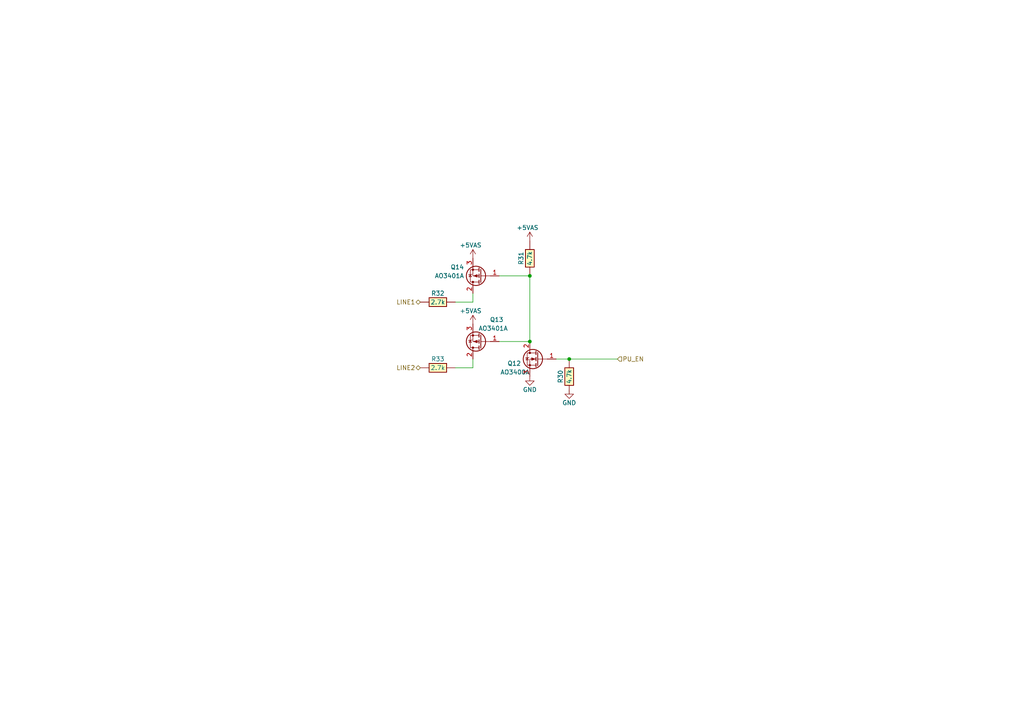
<source format=kicad_sch>
(kicad_sch (version 20230121) (generator eeschema)
  (paper "A4")
  (lib_symbols
    (symbol "MOSFET-P_4" (pin_names hide)
      (property "Reference" "Q" (at 5.207 0.9085 0))
      (property "Value" "MOSFET-P_4" (at 5.207 -1.8666 0))
      (symbol "MOSFET-P_4_0_1"
        (polyline (pts (xy 0.254 0) (xy -2.54 0)))
        (polyline (pts (xy 0.254 1.905) (xy 0.254 -1.905)) (stroke (width 0.254)))
        (polyline (pts (xy 0.762 -1.27) (xy 0.762 -2.286)) (stroke (width 0.254)))
        (polyline (pts (xy 0.762 0.508) (xy 0.762 -0.508)) (stroke (width 0.254)))
        (polyline (pts (xy 0.762 2.286) (xy 0.762 1.27)) (stroke (width 0.254)))
        (polyline (pts (xy 2.54 2.54) (xy 2.54 1.778)))
        (polyline (pts (xy 2.54 -2.54) (xy 2.54 0) (xy 0.762 0)))
        (polyline (pts (xy 0.762 1.778) (xy 3.302 1.778) (xy 3.302 -1.778) (xy 0.762 -1.778)))
        (polyline (pts (xy 2.286 0) (xy 1.27 0.381) (xy 1.27 -0.381) (xy 2.286 0)) (fill (type outline)))
        (polyline (pts (xy 2.794 -0.508) (xy 2.921 -0.381) (xy 3.683 -0.381) (xy 3.81 -0.254)))
        (polyline (pts (xy 3.302 -0.381) (xy 2.921 0.254) (xy 3.683 0.254) (xy 3.302 -0.381)))
        (circle (center 1.651 0) (radius 2.794) (stroke (width 0.254)))
        (circle (center 2.54 -1.778) (radius 0.254) (fill (type outline)))
        (circle (center 2.54 1.778) (radius 0.254) (fill (type outline)))
      )
      (symbol "MOSFET-P_4_1_1"
        (pin input line (at -5.08 0 0) (length 2.54) (name "G") (number "1"))
        (pin passive line (at 2.54 5.08 270) (length 2.54) (name "D") (number "2"))
        (pin passive line (at 2.54 -5.08 90) (length 2.54) (name "S") (number "3"))
      )
    )
    (symbol "alphax:+5VAS" (power) (pin_names (offset 0))
      (property "Value" "+5VAS" (at 2.8912 2.1493 90))
      (symbol "+5VAS_0_1"
        (polyline (pts (xy -0.762 1.27) (xy 0 2.54)))
        (polyline (pts (xy 0 0) (xy 0 2.54)))
        (polyline (pts (xy 0 2.54) (xy 0.762 1.27)))
      )
      (symbol "+5VAS_1_1"
        (pin power_in line (at 0 0 90) (length 0) hide (name "+5VAS") (number "1"))
      )
    )
    (symbol "hellen-one-common:MOSFET-N" (pin_names hide)
      (property "Reference" "Q" (at 5.08 6.35 0))
      (property "Value" "MOSFET-N" (at 2.54 3.81 0))
      (symbol "MOSFET-N_0_1"
        (polyline (pts (xy 0.254 0) (xy -2.54 0)))
        (polyline (pts (xy 0.254 1.905) (xy 0.254 -1.905)) (stroke (width 0.254)))
        (polyline (pts (xy 0.762 -1.27) (xy 0.762 -2.286)) (stroke (width 0.254)))
        (polyline (pts (xy 0.762 0.508) (xy 0.762 -0.508)) (stroke (width 0.254)))
        (polyline (pts (xy 0.762 2.286) (xy 0.762 1.27)) (stroke (width 0.254)))
        (polyline (pts (xy 2.54 2.54) (xy 2.54 1.778)))
        (polyline (pts (xy 2.54 -2.54) (xy 2.54 0) (xy 0.762 0)))
        (polyline (pts (xy 0.762 -1.778) (xy 3.302 -1.778) (xy 3.302 1.778) (xy 0.762 1.778)))
        (polyline (pts (xy 1.016 0) (xy 2.032 0.381) (xy 2.032 -0.381) (xy 1.016 0)) (fill (type outline)))
        (polyline (pts (xy 2.794 0.508) (xy 2.921 0.381) (xy 3.683 0.381) (xy 3.81 0.254)))
        (polyline (pts (xy 3.302 0.381) (xy 2.921 -0.254) (xy 3.683 -0.254) (xy 3.302 0.381)))
        (circle (center 1.651 0) (radius 2.794) (stroke (width 0.254)))
        (circle (center 2.54 -1.778) (radius 0.254) (fill (type outline)))
        (circle (center 2.54 1.778) (radius 0.254) (fill (type outline)))
      )
      (symbol "MOSFET-N_1_1"
        (pin input line (at -5.08 0 0) (length 2.54) (name "G") (number "1"))
        (pin passive line (at 2.54 5.08 270) (length 2.54) (name "D") (number "2"))
        (pin passive line (at 2.54 -5.08 90) (length 2.54) (name "S") (number "3"))
      )
    )
    (symbol "hellen-one-common:MOSFET-P" (pin_names hide)
      (property "Reference" "Q" (at 5.207 0.9085 0))
      (property "Value" "MOSFET-P" (at 5.207 -1.8666 0))
      (symbol "MOSFET-P_0_1"
        (polyline (pts (xy 0.254 0) (xy -2.54 0)))
        (polyline (pts (xy 0.254 1.905) (xy 0.254 -1.905)) (stroke (width 0.254)))
        (polyline (pts (xy 0.762 -1.27) (xy 0.762 -2.286)) (stroke (width 0.254)))
        (polyline (pts (xy 0.762 0.508) (xy 0.762 -0.508)) (stroke (width 0.254)))
        (polyline (pts (xy 0.762 2.286) (xy 0.762 1.27)) (stroke (width 0.254)))
        (polyline (pts (xy 2.54 2.54) (xy 2.54 1.778)))
        (polyline (pts (xy 2.54 -2.54) (xy 2.54 0) (xy 0.762 0)))
        (polyline (pts (xy 0.762 1.778) (xy 3.302 1.778) (xy 3.302 -1.778) (xy 0.762 -1.778)))
        (polyline (pts (xy 2.286 0) (xy 1.27 0.381) (xy 1.27 -0.381) (xy 2.286 0)) (fill (type outline)))
        (polyline (pts (xy 2.794 -0.508) (xy 2.921 -0.381) (xy 3.683 -0.381) (xy 3.81 -0.254)))
        (polyline (pts (xy 3.302 -0.381) (xy 2.921 0.254) (xy 3.683 0.254) (xy 3.302 -0.381)))
        (circle (center 1.651 0) (radius 2.794) (stroke (width 0.254)))
        (circle (center 2.54 -1.778) (radius 0.254) (fill (type outline)))
        (circle (center 2.54 1.778) (radius 0.254) (fill (type outline)))
      )
      (symbol "MOSFET-P_1_1"
        (pin input line (at -5.08 0 0) (length 2.54) (name "G") (number "1"))
        (pin passive line (at 2.54 5.08 270) (length 2.54) (name "D") (number "2"))
        (pin passive line (at 2.54 -5.08 90) (length 2.54) (name "S") (number "3"))
      )
    )
    (symbol "hellen-one-common:Res" (pin_numbers hide)
      (property "Reference" "R" (at 3.81 2.54 0))
      (property "Value" "Res" (at 5.08 -2.54 0))
      (symbol "Res_1_0"
        (rectangle (start 2.54 -1.27) (end 7.62 1.27) (stroke (width 0.254)) (fill (type background)))
        (pin passive line (at 0 0 0) (length 2.54) (name "") (number "1"))
        (pin passive line (at 10.16 0 180) (length 2.54) (name "") (number "2"))
      )
    )
    (symbol "power:GND" (power) (pin_names (offset 0))
      (property "Value" "GND" (at 0 -3.81 0))
      (symbol "GND_0_1"
        (polyline (pts (xy 0 0) (xy 0 -1.27) (xy 1.27 -1.27) (xy 0 -2.54) (xy -1.27 -1.27) (xy 0 -1.27)))
      )
      (symbol "GND_1_1"
        (pin power_in line (at 0 0 270) (length 0) hide (name "GND") (number "1"))
      )
    )
  )
  (junction (at 153.67 99.06))
  (junction (at 153.67 80.01))
  (junction (at 165.1 104.14))
  (wire (pts (xy 137.16 87.63) (xy 137.16 85.09)))
  (wire (pts (xy 137.16 87.63) (xy 132.08 87.63)))
  (wire (pts (xy 132.08 106.68) (xy 137.16 106.68)))
  (wire (pts (xy 144.78 99.06) (xy 153.67 99.06)))
  (wire (pts (xy 153.67 80.01) (xy 153.67 99.06)))
  (wire (pts (xy 165.1 104.14) (xy 179.07 104.14)))
  (wire (pts (xy 144.78 80.01) (xy 153.67 80.01)))
  (wire (pts (xy 165.1 113.03) (xy 165.1 114.3)))
  (wire (pts (xy 137.16 106.68) (xy 137.16 104.14)))
  (wire (pts (xy 165.1 104.14) (xy 161.29 104.14)))
  (hierarchical_label "PU_EN" (shape input) (at 179.07 104.14 0))
  (hierarchical_label "LINE1" (shape bidirectional) (at 121.92 87.63 180))
  (hierarchical_label "LINE2" (shape bidirectional) (at 121.92 106.68 180))
  (symbol (lib_id "power:GND") (at 153.67 109.22 0) (mirror y) (unit 1)
    (property "Reference" "#PWR0102" (effects hide))
    (property "Value" "GND" (at 153.67 113.03 0))
    (instances (project "alphax_4ch" (path "" (reference "#PWR0102") (unit 1)) (path "" (reference "#PWR0211") (unit 1))))
  )
  (symbol (lib_id "alphax:+5VAS") (at 153.67 69.85 0) (mirror y) (unit 1)
    (property "Reference" "#PWR0113" (effects hide))
    (property "Value" "+5VAS" (at 156.21 66.04 0) (effects (justify left)))
    (instances (project "alphax_4ch" (path "" (reference "#PWR0113") (unit 1)) (path "" (reference "#PWR044") (unit 1))))
  )
  (symbol (lib_id "hellen-one-common:Res") (at 165.1 104.14 90) (mirror x) (unit 1)
    (property "Reference" "R30" (at 162.56 109.22 0))
    (property "Value" "4.7k" (at 165.1 109.22 0))
    (property "Footprint" "hellen-one-common:R0603" (effects hide))
    (property "LCSC" "C23162" (effects hide))
    (instances (project "alphax_4ch" (path "" (reference "R30") (unit 1)) (path "" (reference "R29") (unit 1))))
  )
  (symbol (lib_id "hellen-one-common:MOSFET-P") (at 139.7 80.01 180) (unit 1)
    (property "Reference" "Q14" (at 134.62 77.47 0) (effects (justify left)))
    (property "Value" "AO3401A" (at 134.62 80.01 0) (effects (justify left)))
    (property "Footprint" "hellen-one-common:SOT-23" (effects hide))
    (property "Datasheet" "https://datasheet.lcsc.com/lcsc/1810171817_Alpha-&-Omega-Semicon-AO3401A_C15127.pdf" (effects hide))
    (property "LCSC" "C15127" (effects hide))
  )
  (symbol (lib_id "alphax:+5VAS") (at 137.16 93.98 0) (mirror y) (unit 1)
    (property "Reference" "#PWR0113" (effects hide))
    (property "Value" "+5VAS" (at 139.7 90.17 0) (effects (justify left)))
    (instances (project "alphax_4ch" (path "" (reference "#PWR0113") (unit 1)) (path "" (reference "#PWR058") (unit 1))))
  )
  (symbol (lib_id "hellen-one-common:Res") (at 132.08 87.63 0) (mirror y) (unit 1)
    (property "Reference" "R32" (at 127 85.09 0))
    (property "Value" "2.7k" (at 127 87.63 0))
    (property "Footprint" "hellen-one-common:R0603" (effects hide))
    (property "LCSC" "C13167" (effects hide))
    (instances (project "alphax_4ch" (path "" (reference "R32") (unit 1)) (path "" (reference "R31") (unit 1))))
  )
  (symbol (lib_id "hellen-one-common:Res") (at 132.08 106.68 0) (mirror y) (unit 1)
    (property "Reference" "R33" (at 127 104.14 0))
    (property "Value" "2.7k" (at 127 106.68 0))
    (property "Footprint" "hellen-one-common:R0603" (effects hide))
    (property "LCSC" "C13167" (effects hide))
    (instances (project "alphax_4ch" (path "" (reference "R33") (unit 1)) (path "" (reference "R32") (unit 1))))
  )
  (symbol (lib_id "power:GND") (at 165.1 113.03 0) (mirror y) (unit 1)
    (property "Reference" "#PWR059" (effects hide))
    (property "Value" "GND" (at 165.1 116.84 0))
    (instances (project "alphax_4ch" (path "" (reference "#PWR059") (unit 1)) (path "" (reference "#PWR0212") (unit 1))))
  )
  (symbol (lib_name "MOSFET-P_4") (lib_id "hellen-one-common:MOSFET-P") (at 139.7 99.06 180) (unit 1)
    (property "Reference" "Q13" (at 146.05 92.71 0) (effects (justify left)))
    (property "Value" "AO3401A" (at 147.32 95.25 0) (effects (justify left)))
    (property "Footprint" "hellen-one-common:SOT-23" (effects hide))
    (property "Datasheet" "https://datasheet.lcsc.com/lcsc/1810171817_Alpha-&-Omega-Semicon-AO3401A_C15127.pdf" (effects hide))
    (property "LCSC" "C15127" (effects hide))
  )
  (symbol (lib_id "alphax:+5VAS") (at 137.16 74.93 0) (mirror y) (unit 1)
    (property "Reference" "#PWR0113" (effects hide))
    (property "Value" "+5VAS" (at 139.7 71.12 0) (effects (justify left)))
    (instances (project "alphax_4ch" (path "" (reference "#PWR0113") (unit 1)) (path "" (reference "#PWR059") (unit 1))))
  )
  (symbol (lib_id "hellen-one-common:Res") (at 153.67 80.01 270) (mirror x) (unit 1)
    (property "Reference" "R31" (at 151.13 74.93 0))
    (property "Value" "4.7k" (at 153.67 74.93 0))
    (property "Footprint" "hellen-one-common:R0603" (effects hide))
    (property "LCSC" "C23162" (effects hide))
    (instances (project "alphax_4ch" (path "" (reference "R31") (unit 1)) (path "" (reference "R30") (unit 1))))
  )
  (symbol (lib_id "hellen-one-common:MOSFET-N") (at 156.21 104.14 0) (mirror y) (unit 1)
    (property "Reference" "Q12" (at 151.13 105.41 0) (effects (justify left)))
    (property "Value" "AO3400A" (at 153.67 107.95 0) (effects (justify left)))
    (property "Footprint" "hellen-one-common:SOT-23" (effects hide))
    (property "LCSC" " C20917" (effects hide))
  )
)
</source>
